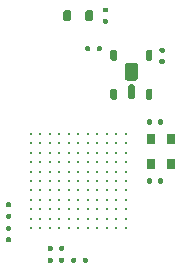
<source format=gtp>
G04 #@! TF.GenerationSoftware,KiCad,Pcbnew,(5.1.9)-1*
G04 #@! TF.CreationDate,2021-06-07T22:02:30-04:00*
G04 #@! TF.ProjectId,icepool-board,69636570-6f6f-46c2-9d62-6f6172642e6b,2020-04*
G04 #@! TF.SameCoordinates,Original*
G04 #@! TF.FileFunction,Paste,Top*
G04 #@! TF.FilePolarity,Positive*
%FSLAX46Y46*%
G04 Gerber Fmt 4.6, Leading zero omitted, Abs format (unit mm)*
G04 Created by KiCad (PCBNEW (5.1.9)-1) date 2021-06-07 22:02:30*
%MOMM*%
%LPD*%
G01*
G04 APERTURE LIST*
%ADD10C,0.280000*%
%ADD11R,0.770000X0.910000*%
G04 APERTURE END LIST*
G36*
G01*
X42096250Y-83819375D02*
X42096250Y-83180625D01*
G75*
G02*
X42266875Y-83010000I170625J0D01*
G01*
X42608125Y-83010000D01*
G75*
G02*
X42778750Y-83180625I0J-170625D01*
G01*
X42778750Y-83819375D01*
G75*
G02*
X42608125Y-83990000I-170625J0D01*
G01*
X42266875Y-83990000D01*
G75*
G02*
X42096250Y-83819375I0J170625D01*
G01*
G37*
G36*
G01*
X40221250Y-83819375D02*
X40221250Y-83180625D01*
G75*
G02*
X40391875Y-83010000I170625J0D01*
G01*
X40733125Y-83010000D01*
G75*
G02*
X40903750Y-83180625I0J-170625D01*
G01*
X40903750Y-83819375D01*
G75*
G02*
X40733125Y-83990000I-170625J0D01*
G01*
X40391875Y-83990000D01*
G75*
G02*
X40221250Y-83819375I0J170625D01*
G01*
G37*
G36*
G01*
X41878500Y-104320750D02*
X41878500Y-104079250D01*
G75*
G02*
X41981750Y-103976000I103250J0D01*
G01*
X42188250Y-103976000D01*
G75*
G02*
X42291500Y-104079250I0J-103250D01*
G01*
X42291500Y-104320750D01*
G75*
G02*
X42188250Y-104424000I-103250J0D01*
G01*
X41981750Y-104424000D01*
G75*
G02*
X41878500Y-104320750I0J103250D01*
G01*
G37*
G36*
G01*
X40908500Y-104320750D02*
X40908500Y-104079250D01*
G75*
G02*
X41011750Y-103976000I103250J0D01*
G01*
X41218250Y-103976000D01*
G75*
G02*
X41321500Y-104079250I0J-103250D01*
G01*
X41321500Y-104320750D01*
G75*
G02*
X41218250Y-104424000I-103250J0D01*
G01*
X41011750Y-104424000D01*
G75*
G02*
X40908500Y-104320750I0J103250D01*
G01*
G37*
G36*
G01*
X39878500Y-103320750D02*
X39878500Y-103079250D01*
G75*
G02*
X39981750Y-102976000I103250J0D01*
G01*
X40188250Y-102976000D01*
G75*
G02*
X40291500Y-103079250I0J-103250D01*
G01*
X40291500Y-103320750D01*
G75*
G02*
X40188250Y-103424000I-103250J0D01*
G01*
X39981750Y-103424000D01*
G75*
G02*
X39878500Y-103320750I0J103250D01*
G01*
G37*
G36*
G01*
X38908500Y-103320750D02*
X38908500Y-103079250D01*
G75*
G02*
X39011750Y-102976000I103250J0D01*
G01*
X39218250Y-102976000D01*
G75*
G02*
X39321500Y-103079250I0J-103250D01*
G01*
X39321500Y-103320750D01*
G75*
G02*
X39218250Y-103424000I-103250J0D01*
G01*
X39011750Y-103424000D01*
G75*
G02*
X38908500Y-103320750I0J103250D01*
G01*
G37*
D10*
X37500000Y-93500000D03*
X37500000Y-94300000D03*
X37500000Y-95100000D03*
X37500000Y-95900000D03*
X37500000Y-96700000D03*
X37500000Y-97500000D03*
X37500000Y-98300000D03*
X37500000Y-99100000D03*
X37500000Y-99900000D03*
X37500000Y-100700000D03*
X37500000Y-101500000D03*
X38300000Y-93500000D03*
X38300000Y-94300000D03*
X38300000Y-95100000D03*
X38300000Y-95900000D03*
X38300000Y-96700000D03*
X38300000Y-97500000D03*
X38300000Y-98300000D03*
X38300000Y-99100000D03*
X38300000Y-99900000D03*
X38300000Y-100700000D03*
X38300000Y-101500000D03*
X39100000Y-93500000D03*
X39100000Y-94300000D03*
X39100000Y-95100000D03*
X39100000Y-95900000D03*
X39100000Y-96700000D03*
X39100000Y-97500000D03*
X39100000Y-98300000D03*
X39100000Y-99100000D03*
X39100000Y-99900000D03*
X39100000Y-100700000D03*
X39100000Y-101500000D03*
X39900000Y-93500000D03*
X39900000Y-94300000D03*
X39900000Y-95100000D03*
X39900000Y-95900000D03*
X39900000Y-96700000D03*
X39900000Y-97500000D03*
X39900000Y-98300000D03*
X39900000Y-99100000D03*
X39900000Y-99900000D03*
X39900000Y-100700000D03*
X39900000Y-101500000D03*
X40700000Y-93500000D03*
X40700000Y-94300000D03*
X40700000Y-95100000D03*
X40700000Y-95900000D03*
X40700000Y-96700000D03*
X40700000Y-97500000D03*
X40700000Y-98300000D03*
X40700000Y-99100000D03*
X40700000Y-99900000D03*
X40700000Y-100700000D03*
X40700000Y-101500000D03*
X41500000Y-93500000D03*
X41500000Y-94300000D03*
X41500000Y-95100000D03*
X41500000Y-95900000D03*
X41500000Y-96700000D03*
X41500000Y-97500000D03*
X41500000Y-98300000D03*
X41500000Y-99100000D03*
X41500000Y-99900000D03*
X41500000Y-100700000D03*
X41500000Y-101500000D03*
X42300000Y-93500000D03*
X42300000Y-94300000D03*
X42300000Y-95100000D03*
X42300000Y-95900000D03*
X42300000Y-96700000D03*
X42300000Y-97500000D03*
X42300000Y-98300000D03*
X42300000Y-99100000D03*
X42300000Y-99900000D03*
X42300000Y-100700000D03*
X42300000Y-101500000D03*
X43100000Y-93500000D03*
X43100000Y-94300000D03*
X43100000Y-95100000D03*
X43100000Y-95900000D03*
X43100000Y-96700000D03*
X43100000Y-97500000D03*
X43100000Y-98300000D03*
X43100000Y-99100000D03*
X43100000Y-99900000D03*
X43100000Y-100700000D03*
X43100000Y-101500000D03*
X43900000Y-93500000D03*
X43900000Y-94300000D03*
X43900000Y-95100000D03*
X43900000Y-95900000D03*
X43900000Y-96700000D03*
X43900000Y-97500000D03*
X43900000Y-98300000D03*
X43900000Y-99100000D03*
X43900000Y-99900000D03*
X43900000Y-100700000D03*
X43900000Y-101500000D03*
X44700000Y-93500000D03*
X44700000Y-94300000D03*
X44700000Y-95100000D03*
X44700000Y-95900000D03*
X44700000Y-96700000D03*
X44700000Y-97500000D03*
X44700000Y-98300000D03*
X44700000Y-99100000D03*
X44700000Y-99900000D03*
X44700000Y-100700000D03*
X44700000Y-101500000D03*
X45500000Y-93500000D03*
X45500000Y-94300000D03*
X45500000Y-95100000D03*
X45500000Y-95900000D03*
X45500000Y-96700000D03*
X45500000Y-97500000D03*
X45500000Y-98300000D03*
X45500000Y-99100000D03*
X45500000Y-99900000D03*
X45500000Y-100700000D03*
X45500000Y-101500000D03*
G36*
G01*
X43679250Y-83778500D02*
X43920750Y-83778500D01*
G75*
G02*
X44024000Y-83881750I0J-103250D01*
G01*
X44024000Y-84088250D01*
G75*
G02*
X43920750Y-84191500I-103250J0D01*
G01*
X43679250Y-84191500D01*
G75*
G02*
X43576000Y-84088250I0J103250D01*
G01*
X43576000Y-83881750D01*
G75*
G02*
X43679250Y-83778500I103250J0D01*
G01*
G37*
G36*
G01*
X43679250Y-82808500D02*
X43920750Y-82808500D01*
G75*
G02*
X44024000Y-82911750I0J-103250D01*
G01*
X44024000Y-83118250D01*
G75*
G02*
X43920750Y-83221500I-103250J0D01*
G01*
X43679250Y-83221500D01*
G75*
G02*
X43576000Y-83118250I0J103250D01*
G01*
X43576000Y-82911750D01*
G75*
G02*
X43679250Y-82808500I103250J0D01*
G01*
G37*
G36*
G01*
X35720750Y-102691500D02*
X35479250Y-102691500D01*
G75*
G02*
X35376000Y-102588250I0J103250D01*
G01*
X35376000Y-102381750D01*
G75*
G02*
X35479250Y-102278500I103250J0D01*
G01*
X35720750Y-102278500D01*
G75*
G02*
X35824000Y-102381750I0J-103250D01*
G01*
X35824000Y-102588250D01*
G75*
G02*
X35720750Y-102691500I-103250J0D01*
G01*
G37*
G36*
G01*
X35720750Y-101721500D02*
X35479250Y-101721500D01*
G75*
G02*
X35376000Y-101618250I0J103250D01*
G01*
X35376000Y-101411750D01*
G75*
G02*
X35479250Y-101308500I103250J0D01*
G01*
X35720750Y-101308500D01*
G75*
G02*
X35824000Y-101411750I0J-103250D01*
G01*
X35824000Y-101618250D01*
G75*
G02*
X35720750Y-101721500I-103250J0D01*
G01*
G37*
G36*
G01*
X39878500Y-104324750D02*
X39878500Y-104083250D01*
G75*
G02*
X39981750Y-103980000I103250J0D01*
G01*
X40188250Y-103980000D01*
G75*
G02*
X40291500Y-104083250I0J-103250D01*
G01*
X40291500Y-104324750D01*
G75*
G02*
X40188250Y-104428000I-103250J0D01*
G01*
X39981750Y-104428000D01*
G75*
G02*
X39878500Y-104324750I0J103250D01*
G01*
G37*
G36*
G01*
X38908500Y-104324750D02*
X38908500Y-104083250D01*
G75*
G02*
X39011750Y-103980000I103250J0D01*
G01*
X39218250Y-103980000D01*
G75*
G02*
X39321500Y-104083250I0J-103250D01*
G01*
X39321500Y-104324750D01*
G75*
G02*
X39218250Y-104428000I-103250J0D01*
G01*
X39011750Y-104428000D01*
G75*
G02*
X38908500Y-104324750I0J103250D01*
G01*
G37*
G36*
G01*
X47721500Y-97379250D02*
X47721500Y-97620750D01*
G75*
G02*
X47618250Y-97724000I-103250J0D01*
G01*
X47411750Y-97724000D01*
G75*
G02*
X47308500Y-97620750I0J103250D01*
G01*
X47308500Y-97379250D01*
G75*
G02*
X47411750Y-97276000I103250J0D01*
G01*
X47618250Y-97276000D01*
G75*
G02*
X47721500Y-97379250I0J-103250D01*
G01*
G37*
G36*
G01*
X48691500Y-97379250D02*
X48691500Y-97620750D01*
G75*
G02*
X48588250Y-97724000I-103250J0D01*
G01*
X48381750Y-97724000D01*
G75*
G02*
X48278500Y-97620750I0J103250D01*
G01*
X48278500Y-97379250D01*
G75*
G02*
X48381750Y-97276000I103250J0D01*
G01*
X48588250Y-97276000D01*
G75*
G02*
X48691500Y-97379250I0J-103250D01*
G01*
G37*
G36*
G01*
X42521500Y-86179250D02*
X42521500Y-86420750D01*
G75*
G02*
X42418250Y-86524000I-103250J0D01*
G01*
X42211750Y-86524000D01*
G75*
G02*
X42108500Y-86420750I0J103250D01*
G01*
X42108500Y-86179250D01*
G75*
G02*
X42211750Y-86076000I103250J0D01*
G01*
X42418250Y-86076000D01*
G75*
G02*
X42521500Y-86179250I0J-103250D01*
G01*
G37*
G36*
G01*
X43491500Y-86179250D02*
X43491500Y-86420750D01*
G75*
G02*
X43388250Y-86524000I-103250J0D01*
G01*
X43181750Y-86524000D01*
G75*
G02*
X43078500Y-86420750I0J103250D01*
G01*
X43078500Y-86179250D01*
G75*
G02*
X43181750Y-86076000I103250J0D01*
G01*
X43388250Y-86076000D01*
G75*
G02*
X43491500Y-86179250I0J-103250D01*
G01*
G37*
G36*
G01*
X48479250Y-87178500D02*
X48720750Y-87178500D01*
G75*
G02*
X48824000Y-87281750I0J-103250D01*
G01*
X48824000Y-87488250D01*
G75*
G02*
X48720750Y-87591500I-103250J0D01*
G01*
X48479250Y-87591500D01*
G75*
G02*
X48376000Y-87488250I0J103250D01*
G01*
X48376000Y-87281750D01*
G75*
G02*
X48479250Y-87178500I103250J0D01*
G01*
G37*
G36*
G01*
X48479250Y-86208500D02*
X48720750Y-86208500D01*
G75*
G02*
X48824000Y-86311750I0J-103250D01*
G01*
X48824000Y-86518250D01*
G75*
G02*
X48720750Y-86621500I-103250J0D01*
G01*
X48479250Y-86621500D01*
G75*
G02*
X48376000Y-86518250I0J103250D01*
G01*
X48376000Y-86311750D01*
G75*
G02*
X48479250Y-86208500I103250J0D01*
G01*
G37*
G36*
G01*
X35720750Y-99721500D02*
X35479250Y-99721500D01*
G75*
G02*
X35376000Y-99618250I0J103250D01*
G01*
X35376000Y-99411750D01*
G75*
G02*
X35479250Y-99308500I103250J0D01*
G01*
X35720750Y-99308500D01*
G75*
G02*
X35824000Y-99411750I0J-103250D01*
G01*
X35824000Y-99618250D01*
G75*
G02*
X35720750Y-99721500I-103250J0D01*
G01*
G37*
G36*
G01*
X35720750Y-100691500D02*
X35479250Y-100691500D01*
G75*
G02*
X35376000Y-100588250I0J103250D01*
G01*
X35376000Y-100381750D01*
G75*
G02*
X35479250Y-100278500I103250J0D01*
G01*
X35720750Y-100278500D01*
G75*
G02*
X35824000Y-100381750I0J-103250D01*
G01*
X35824000Y-100588250D01*
G75*
G02*
X35720750Y-100691500I-103250J0D01*
G01*
G37*
D11*
X49325000Y-96050000D03*
X49325000Y-93950000D03*
X47675000Y-93950000D03*
X47675000Y-96050000D03*
G36*
G01*
X45421000Y-88740500D02*
X45421000Y-87759500D01*
G75*
G02*
X45710500Y-87470000I289500J0D01*
G01*
X46289500Y-87470000D01*
G75*
G02*
X46579000Y-87759500I0J-289500D01*
G01*
X46579000Y-88740500D01*
G75*
G02*
X46289500Y-89030000I-289500J0D01*
G01*
X45710500Y-89030000D01*
G75*
G02*
X45421000Y-88740500I0J289500D01*
G01*
G37*
G36*
G01*
X47228000Y-87194000D02*
X47228000Y-86506000D01*
G75*
G02*
X47364000Y-86370000I136000J0D01*
G01*
X47636000Y-86370000D01*
G75*
G02*
X47772000Y-86506000I0J-136000D01*
G01*
X47772000Y-87194000D01*
G75*
G02*
X47636000Y-87330000I-136000J0D01*
G01*
X47364000Y-87330000D01*
G75*
G02*
X47228000Y-87194000I0J136000D01*
G01*
G37*
G36*
G01*
X44228000Y-87194000D02*
X44228000Y-86506000D01*
G75*
G02*
X44364000Y-86370000I136000J0D01*
G01*
X44636000Y-86370000D01*
G75*
G02*
X44772000Y-86506000I0J-136000D01*
G01*
X44772000Y-87194000D01*
G75*
G02*
X44636000Y-87330000I-136000J0D01*
G01*
X44364000Y-87330000D01*
G75*
G02*
X44228000Y-87194000I0J136000D01*
G01*
G37*
G36*
G01*
X44228000Y-90494000D02*
X44228000Y-89806000D01*
G75*
G02*
X44364000Y-89670000I136000J0D01*
G01*
X44636000Y-89670000D01*
G75*
G02*
X44772000Y-89806000I0J-136000D01*
G01*
X44772000Y-90494000D01*
G75*
G02*
X44636000Y-90630000I-136000J0D01*
G01*
X44364000Y-90630000D01*
G75*
G02*
X44228000Y-90494000I0J136000D01*
G01*
G37*
G36*
G01*
X45728000Y-90454000D02*
X45728000Y-89446000D01*
G75*
G02*
X45864000Y-89310000I136000J0D01*
G01*
X46136000Y-89310000D01*
G75*
G02*
X46272000Y-89446000I0J-136000D01*
G01*
X46272000Y-90454000D01*
G75*
G02*
X46136000Y-90590000I-136000J0D01*
G01*
X45864000Y-90590000D01*
G75*
G02*
X45728000Y-90454000I0J136000D01*
G01*
G37*
G36*
G01*
X47228000Y-90494000D02*
X47228000Y-89806000D01*
G75*
G02*
X47364000Y-89670000I136000J0D01*
G01*
X47636000Y-89670000D01*
G75*
G02*
X47772000Y-89806000I0J-136000D01*
G01*
X47772000Y-90494000D01*
G75*
G02*
X47636000Y-90630000I-136000J0D01*
G01*
X47364000Y-90630000D01*
G75*
G02*
X47228000Y-90494000I0J136000D01*
G01*
G37*
G36*
G01*
X47721500Y-92379250D02*
X47721500Y-92620750D01*
G75*
G02*
X47618250Y-92724000I-103250J0D01*
G01*
X47411750Y-92724000D01*
G75*
G02*
X47308500Y-92620750I0J103250D01*
G01*
X47308500Y-92379250D01*
G75*
G02*
X47411750Y-92276000I103250J0D01*
G01*
X47618250Y-92276000D01*
G75*
G02*
X47721500Y-92379250I0J-103250D01*
G01*
G37*
G36*
G01*
X48691500Y-92379250D02*
X48691500Y-92620750D01*
G75*
G02*
X48588250Y-92724000I-103250J0D01*
G01*
X48381750Y-92724000D01*
G75*
G02*
X48278500Y-92620750I0J103250D01*
G01*
X48278500Y-92379250D01*
G75*
G02*
X48381750Y-92276000I103250J0D01*
G01*
X48588250Y-92276000D01*
G75*
G02*
X48691500Y-92379250I0J-103250D01*
G01*
G37*
M02*

</source>
